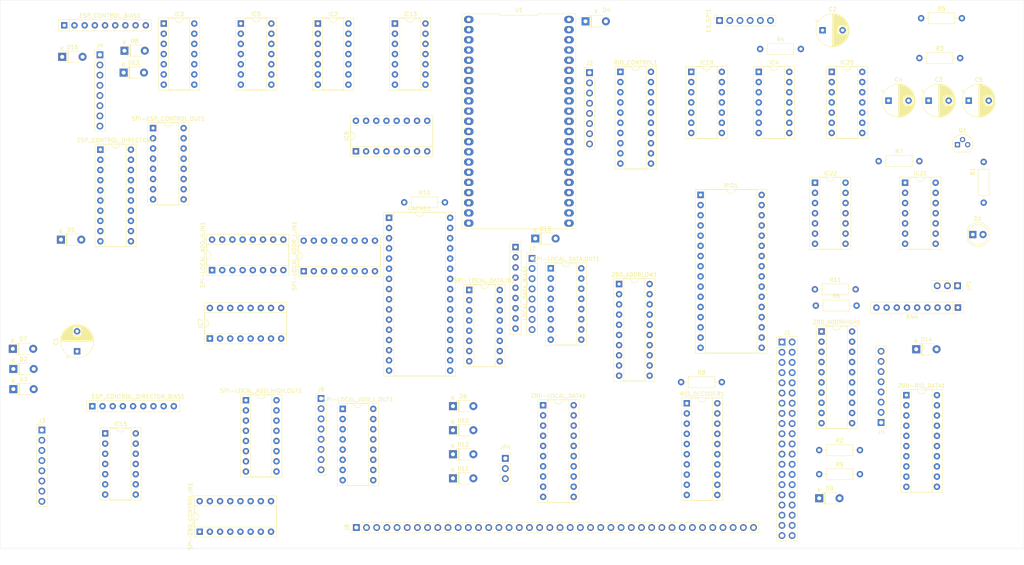
<source format=kicad_pcb>
(kicad_pcb (version 20221018) (generator pcbnew)
  (layers (0 "F.Cu" signal) (31 "B.Cu" signal) (34 "B.Paste" user) (35 "F.Paste" user) (36 "B.SilkS" user "B.Silkscreen") (37 "F.SilkS" user "F.Silkscreen") (38 "B.Mask" user) (39 "F.Mask" user) (44 "Edge.Cuts" user))
  (net 0 "")
  (net 1 "/CORE/ESP_WAIT_RESET")
  (net 2 "GND")
  (net 3 "/ESP_ROMSEL_1")
  (net 5 "/ESP_ROMSEL_0")
  (net 6 "/!CACHE_DATASTATUS")
  (net 11 "/CORE/ESP_SPI_INT.OE")
  (net 12 "/CORE/ESP_SPI_INT.PL")
  (net 13 "/CORE/ESP_SPI_INT.STC")
  (net 16 "+5V")
  (net 18 "/ESP_ROM_WR_PROTECT")
  (net 21 "/CORE/ESP_SPI_INT.CE")
  (net 22 "/CORE/ESP_SPI_INT.SCK")
  (net 23 "/CORE/ESP_SPI_INT.MISO")
  (net 24 "/CACHE/CACHE_CS")
  (net 25 "Net-(D4-K)")
  (net 26 "/CACHE/CACHE_OE")
  (net 29 "/CORE/ESP_SPI_INT.MOSI")
  (net 30 "/CACHE/CACHE_WE")
  (net 31 "/CACHE/CACHE_CE2")
  (net 32 "/CORE/ESP_SPI_INT.MR")
  (net 33 "Net-(RIO_DECODER1A-DIR)")
  (net 34 "Net-(Q1-B)")
  (net 35 "Net-(IC5A-I0)")
  (net 36 "/CORE/ESP_INT")
  (net 37 "Net-(D1-K)")
  (net 38 "Net-(D15-K)")
  (net 39 "/CACHE/LOCAL_D0")
  (net 40 "/CACHE/LOCAL_D1")
  (net 41 "/CORE/ESP_PULSE")
  (net 42 "/CACHE/LOCAL_D2")
  (net 43 "/CORE/!ESP_HARDLOCK")
  (net 44 "/CACHE/LOCAL_D3")
  (net 45 "/CORE/EX_SS")
  (net 46 "/CORE/EX_SCK")
  (net 47 "/CORE/EX_MISO")
  (net 48 "/CORE/EX_MOSI")
  (net 49 "/CORE/ESP_HARDLOCK")
  (net 50 "/CACHE/LOCAL_D4")
  (net 51 "/CACHE/LOCAL_D5")
  (net 52 "/CACHE/LOCAL_D6")
  (net 53 "/CACHE/LOCAL_D7")
  (net 54 "Net-(D5-K)")
  (net 55 "/CORE/CLR_Z80_HARDLOCK")
  (net 56 "/CACHE/LOCAL_CONTROL.RD")
  (net 57 "/CACHE/LOCAL_CONTROL.WR")
  (net 58 "/CORE/PRE_Z80_HARDLOCK")
  (net 59 "/CACHE/LOCAL_CONTROL.IORQ")
  (net 60 "/CACHE/LOCAL_CONTROL.MEMRQ")
  (net 61 "/Z80_HARDLOCK")
  (net 63 "/CACHE/CACHE_DATASTATUS+PERM_Z80_IORQ")
  (net 64 "Net-(D14-K)")
  (net 67 "/CACHE_DATASTATUS")
  (net 69 "/RIO/ESP_IOD_CONFIG+Z80_WR")
  (net 71 "/RIO/ROM_D_RDY")
  (net 72 "/RIO/ROM_WR_PROTECT+Z80_WR")
  (net 73 "/RIO/Z80_RD+ESP_IOD_CONFIG+PERM_Z80_IORQ")
  (net 74 "/RIO/DEC16")
  (net 75 "/RIO/DEC_CE")
  (net 76 "Net-(D16-K)")
  (net 77 "/CORE/ESP_CONTROL.RD")
  (net 78 "/CORE/ESP_CONTROL.WR")
  (net 79 "/CORE/ESP_CONTROL.IORQ")
  (net 80 "/Z80 BUS/Z80_ADD_OE")
  (net 81 "/Z80 BUS/Z80_ADD_DIR")
  (net 82 "/Z80 BUS/Z80_DATA_DIR")
  (net 83 "/Z80 BUS/Z80_DATA_OE")
  (net 84 "/RIO/Z80_A0")
  (net 85 "/RIO/Z80_A1")
  (net 86 "/RIO/Z80_A2")
  (net 87 "/RIO/Z80_A3")
  (net 88 "/RIO/Z80_A4")
  (net 89 "/RIO/Z80_A5")
  (net 90 "/RIO/Z80_A6")
  (net 91 "/RIO/Z80_A7")
  (net 92 "/RIO/Z80_D0")
  (net 93 "/RIO/Z80_D1")
  (net 94 "/RIO/Z80_D2")
  (net 95 "/RIO/Z80_D3")
  (net 96 "/RIO/Z80_D4")
  (net 97 "/RIO/Z80_D5")
  (net 98 "/RIO/Z80_D6")
  (net 99 "/RIO/Z80_D7")
  (net 100 "/CORE/ESP_CONTROL.MEMRQ")
  (net 101 "/CORE/ESP_CONTROL.BUSRQ")
  (net 102 "/RIO/Z80_A8")
  (net 103 "/RIO/Z80_A9")
  (net 104 "/RIO/Z80_A10")
  (net 105 "/RIO/Z80_A11")
  (net 106 "/RIO/Z80_A12")
  (net 107 "/RIO/Z80_A13")
  (net 108 "/RIO/Z80_A14")
  (net 109 "/RIO/Z80_A15")
  (net 110 "/CORE/ESP_CONTROL.WAIT")
  (net 111 "/CORE/ESP_CONTROL.ROMCS")
  (net 112 "/CORE/ESP_CONTROL.NMI")
  (net 115 "/CACHE/CACHE_A16")
  (net 116 "/CACHE/LOCAL_A7")
  (net 117 "/RIO/RIO_CE2")
  (net 118 "/CACHE/LOCAL_A6")
  (net 119 "/RIO/DEC14")
  (net 120 "/RIO/ROM_D0")
  (net 121 "/RIO/ROM_D1")
  (net 122 "/RIO/ROM_D2")
  (net 123 "/RIO/ROM_D3")
  (net 124 "/RIO/ROM_D4")
  (net 125 "/RIO/ROM_D5")
  (net 126 "/RIO/ROM_D6")
  (net 127 "/RIO/ROM_D7")
  (net 128 "/RIO/DEC_OE")
  (net 129 "/RIO/DEC_WE")
  (net 130 "/RIO/DEC15")
  (net 131 "/CACHE/LOCAL_A5")
  (net 132 "/CACHE/LOCAL_A4")
  (net 133 "/CORE/Z80_ADD_CONNECT")
  (net 134 "/CORE/Z80_DATA_CONNECT")
  (net 135 "/CACHE/LOCAL_A3")
  (net 136 "/CACHE/LOCAL_A2")
  (net 137 "/CACHE/LOCAL_A1")
  (net 138 "/CACHE/LOCAL_A0")
  (net 139 "/CACHE/LOCAL_A10")
  (net 140 "/CACHE/LOCAL_A11")
  (net 141 "/CACHE/LOCAL_A9")
  (net 142 "/CACHE_SEL_3")
  (net 143 "/CACHE_SEL_1")
  (net 144 "/CACHE_SEL_0")
  (net 145 "/CACHE_SEL_2")
  (net 146 "/CORE/SD_CARD_SS")
  (net 147 "/CACHE/LOCAL_A8")
  (net 148 "/Z80_HARDLOCK_SET")
  (net 149 "/Z80_HARDLOCK_RESET")
  (net 150 "/WAIT_IO")
  (net 151 "/PERM_Z80_IORQ")
  (net 152 "/CORE/Z80_CONTROL.RD")
  (net 153 "/CORE/Z80_CONTROL.MEMRQ")
  (net 154 "Net-(ESP_CONTROL_DIRECTOR1A-A2)")
  (net 155 "/CORE/Z80_CONTROL.IORQ")
  (net 156 "/CORE/Z80_CONTROL.WR")
  (net 157 "/CACHE/LOCAL_A15")
  (net 158 "/CACHE/LOCAL_A14")
  (net 159 "/CACHE/LOCAL_A13")
  (net 160 "/CACHE/LOCAL_A12")
  (net 162 "Net-(SPI-LOCAL_ADDR_L.IN1A-QH)")
  (net 163 "Net-(SPI-LOCAL_ADDR_L.IN1A-SER)")
  (net 164 "Net-(SPI-ESP_CONTROL.OUT1A-QH*)")
  (net 165 "Net-(SPI-ESP_CONTROL.OUT1A-SER)")
  (net 167 "Net-(SPI-LOCAL_ADD_HIGH.OUT1A-SER)")
  (net 170 "Net-(SPI-LOCAL_DATA.IN1A-QH)")
  (net 171 "/CORE/Z80_CONTROL.BUSRQ")
  (net 172 "/CORE/Z80_CONTROL.WAIT")
  (net 173 "/CORE/Z80_CONTROL.BUSACK")
  (net 174 "/CORE/Z80_CONTROL.NMI")
  (net 176 "Net-(IC6A-RCO)")
  (net 180 "/!Z80_HARDLOCK")
  (net 183 "Net-(IC21A-O)")
  (net 184 "Net-(IC21B-O)")
  (net 185 "Net-(IC21C-O)")
  (net 186 "Net-(IC2E-O)")
  (net 187 "Net-(IC19B-O)")
  (net 188 "Net-(IC20C-I0)")
  (net 189 "/ESP_IOD_CONFIG")
  (net 190 "Net-(IC13C-O)")
  (net 191 "Net-(IC13A-I0)")
  (net 192 "/CORE/IORQ_FILTER_BIT")
  (net 193 "Net-(IC2C-O)")
  (net 194 "Net-(IC2E-I)")
  (net 197 "Net-(D13-K)")
  (net 199 "Net-(IC2D-O)")
  (net 202 "/CORE/Z80_CONTROL.RESET")
  (net 203 "/CORE/Z80_CONTROL.ROMCS")
  (net 208 "/Z80 BUS/VCC")
  (footprint "Package_DIP:DIP-20_W7.62mm_Socket" (layer "F.Cu") (at 152.4254 123.7488)
    (fp_text reference "Z80-LOCAL_DATA1")
    (fp_text value "74245N")
  )
  (footprint "Package_DIP:DIP-20_W7.62mm_Socket" (layer "F.Cu") (at 171.3738 93.5228)
    (fp_text reference "Z80_ADDRLOW1")
    (fp_text value "74245N")
  )
  (footprint "Resistor_THT:R_Axial_DIN0207_L6.3mm_D2.5mm_P10.16mm_Horizontal" (layer "F.Cu") (at 236.1184 62.8706)
    (fp_text reference "R7")
    (fp_text value "1K")
  )
  (footprint "Package_DIP:DIP-16_W7.62mm_Socket" (layer "F.Cu") (at 78.3082 122.5042)
    (fp_text reference "SPI-LOCAL_ADD_HIGH.OUT1")
    (fp_text value "74595N")
  )
  (footprint "Diode_THT:D_T-1_P5.08mm_Horizontal" (layer "F.Cu") (at 129.9464 135.9774)
    (fp_text reference "D12")
    (fp_text value "1N4148")
  )
  (footprint "Package_DIP:DIP-14_W7.62mm_Socket" (layer "F.Cu") (at 96.249066 28.5496)
    (fp_text reference "IC2")
    (fp_text value "7404N")
  )
  (footprint "Connector_PinHeader_2.54mm:PinHeader_1x08_P2.54mm_Vertical" (layer "F.Cu") (at 27.4066 129.9464)
    (fp_text reference "J3")
    (fp_text value "DIAG-Z80_CONTROL")
  )
  (footprint "Connector_PinHeader_2.54mm:PinHeader_1x08_P2.54mm_Vertical" (layer "F.Cu") (at 41.8846 36.3474)
    (fp_text reference "J4")
    (fp_text value "DIAG-ESP_CONTROL")
  )
  (footprint "Diode_THT:D_T-1_P5.08mm_Horizontal" (layer "F.Cu") (at 47.8028 40.7924)
    (fp_text reference "D13")
    (fp_text value "1N4148")
  )
  (footprint "Package_DIP:DIP-14_W7.62mm_Socket" (layer "F.Cu") (at 189.3824 40.6096)
    (fp_text reference "IC19")
    (fp_text value "7432N")
  )
  (footprint "Connector_PinHeader_2.54mm:PinHeader_1x08_P2.54mm_Vertical" (layer "F.Cu") (at 236.728 128.0668 180)
    (fp_text reference "J5")
    (fp_text value "DIAG-LOCAL_ADD_HIGH")
  )
  (footprint "Package_DIP:DIP-14_W7.62mm_Socket" (layer "F.Cu") (at 115.4684 28.5496)
    (fp_text reference "IC13")
    (fp_text value "7432N")
  )
  (footprint "Package_DIP:DIP-16_W7.62mm_Socket" (layer "F.Cu") (at 55.1434 54.6354)
    (fp_text reference "SPI-ESP_CONTROL.OUT1")
    (fp_text value "74595N")
  )
  (footprint "Package_DIP:DIP-16_W7.62mm_Socket" (layer "F.Cu") (at 154.3304 89.6112)
    (fp_text reference "SPI-LOCAL_DATA.OUT1")
    (fp_text value "74595N")
  )
  (footprint "Diode_THT:D_T-1_P5.08mm_Horizontal" (layer "F.Cu") (at 20.2946 119.7356)
    (fp_text reference "D3")
    (fp_text value "1N4148")
  )
  (footprint "Package_DIP:DIP-16_W7.62mm_Socket" (layer "F.Cu") (at 69.3166 107.1118 90)
    (fp_text reference "IC7")
    (fp_text value "74590N")
  )
  (footprint "Resistor_THT:R_Axial_DIN0207_L6.3mm_D2.5mm_P10.16mm_Horizontal" (layer "F.Cu") (at 246.7102 27.2288)
    (fp_text reference "R5")
    (fp_text value "22K")
  )
  (footprint "Resistor_THT:R_Axial_DIN0207_L6.3mm_D2.5mm_P10.16mm_Horizontal" (layer "F.Cu") (at 220.218 94.8436)
    (fp_text reference "R11")
    (fp_text value "10K")
  )
  (footprint "Package_DIP:DIP-14_W7.62mm_Socket" (layer "F.Cu") (at 43.2054 130.7846)
    (fp_text reference "IC15")
    (fp_text value "7408N")
  )
  (footprint "Resistor_THT:R_Array_SIP9" (layer "F.Cu") (at 33 29)
    (fp_text reference "ESP_CONTROL_BIAS1")
    (fp_text value "4609M-101-103LF")
  )
  (footprint "Diode_THT:D_T-1_P5.08mm_Horizontal" (layer "F.Cu") (at 32.1576 82.4556)
    (fp_text reference "D5")
    (fp_text value "1N4148")
  )
  (footprint "Connector_PinSocket_2.54mm:PinSocket_1x03_P2.54mm_Vertical" (layer "F.Cu") (at 255.8034 93.9546 -90)
    (fp_text reference "JP1")
    (fp_text value "PINHD-ADDR_FILTER")
  )
  (footprint "Package_DIP:DIP-32_W15.24mm_Socket" (layer "F.Cu") (at 114 77)
    (fp_text reference "CACHE1")
    (fp_text value "AS6C1008-55PCN")
  )
  (footprint "Package_DIP:DIP-16_W7.62mm_Socket" (layer "F.Cu") (at 105.7402 60.4266 90)
    (fp_text reference "IC6")
    (fp_text value "74590N")
  )
  (footprint "Connector_PinSocket_2.54mm:PinSocket_1x03_P2.54mm_Vertical" (layer "F.Cu") (at 143 137)
    (fp_text reference "JP4")
    (fp_text value "PINHD-POWER/RESET")
  )
  (footprint "Resistor_THT:R_Axial_DIN0207_L6.3mm_D2.5mm_P10.16mm_Horizontal" (layer "F.Cu") (at 206.5528 34.8996)
    (fp_text reference "R4")
    (fp_text value "22K")
  )
  (footprint "Package_DIP:DIP-14_W7.62mm_Socket" (layer "F.Cu") (at 57.8104 28.5496)
    (fp_text reference "IC3")
    (fp_text value "7474N")
  )
  (footprint "LED_THT:LED_D5.0mm" (layer "F.Cu") (at 259.6084 81.1784)
    (fp_text reference "D1")
    (fp_text value "POWER_LED")
  )
  (footprint "Package_DIP:DIP-16_W7.62mm_Socket" (layer "F.Cu") (at 69.8654 90.0584 90)
    (fp_text reference "SPI-LOCAL_ADD_H.IN1")
    (fp_text value "74165N")
  )
  (footprint "Diode_THT:D_T-1_P5.08mm_Horizontal" (layer "F.Cu") (at 20.2946 114.7064)
    (fp_text reference "D2")
    (fp_text value "1N4148")
  )
  (footprint "Capacitor_THT:CP_Radial_D8.0mm_P5.00mm" (layer "F.Cu") (at 36.195 110.3122 90)
    (fp_text reference "C1")
    (fp_text value "10UF")
  )
  (footprint "Resistor_THT:R_Axial_DIN0207_L6.3mm_D2.5mm_P10.16mm_Horizontal" (layer "F.Cu") (at 221.2848 140.9446)
    (fp_text reference "R9")
    (fp_text value "10K")
  )
  (footprint "Diode_THT:D_T-1_P5.08mm_Horizontal" (layer "F.Cu") (at 129.9464 141.9774)
    (fp_text reference "D11")
    (fp_text value "1N4148")
  )
  (footprint "Diode_THT:D_T-1_P5.08mm_Horizontal" (layer "F.Cu") (at 150.4696 82.169)
    (fp_text reference "D15")
    (fp_text value "1N4148")
  )
  (footprint "Diode_THT:D_T-1_P5.08mm_Horizontal" (layer "F.Cu") (at 221.2848 146.9446)
    (fp_text reference "D9")
    (fp_text value "1N4148")
  )
  (footprint "Capacitor_THT:CP_Radial_D8.0mm_P5.00mm" (layer "F.Cu") (at 222.116 30.226)
    (fp_text reference "C2")
    (fp_text value "10UF")
  )
  (footprint "Resistor_THT:R_Array_SIP9" (layer "F.Cu") (at 145.542 84.3026 -90)
    (fp_text reference "LOCAL_DATA_BIAS1")
    (fp_text value "4609M-101-103LF")
  )
  (footprint "Capacitor_THT:CP_Radial_D8.0mm_P5.00mm" (layer "F.Cu") (at 258.572 47.7774)
    (fp_text reference "C5")
    (fp_text value ".1 uf")
  )
  (footprint "Package_DIP:DIP-14_W7.62mm_Socket" (layer "F.Cu") (at 224.409 40.6096)
    (fp_text reference "IC20")
    (fp_text value "7408N")
  )
  (footprint "Connector_PinSocket_2.54mm:PinSocket_1x06_P2.54mm_Vertical" (layer "F.Cu") (at 196.4436 27.7876 90)
    (fp_text reference "EX_SPI1")
    (fp_text value "PINHD-1X6")
  )
  (footprint "Resistor_THT:R_Axial_DIN0207_L6.3mm_D2.5mm_P10.16mm_Horizontal" (layer "F.Cu") (at 117.7798 73.152)
    (fp_text reference "R10")
    (fp_text value "10K")
  )
  (footprint "Resistor_THT:R_Array_SIP9" (layer "F.Cu") (at 255.8796 99.3902 180)
    (fp_text reference "RN4")
    (fp_text value "4609M-101-103LF")
  )
  (footprint "Resistor_THT:R_Axial_DIN0207_L6.3mm_D2.5mm_P10.16mm_Horizontal" (layer "F.Cu") (at 262.3058 73.2282 90)
    (fp_text reference "R1")
    (fp_text value "1K")
  )
  (footprint "Connector_PinHeader_2.54mm:PinHeader_2x20_P2.54mm_Vertical" (layer "F.Cu") (at 212 108)
    (fp_text reference "J1")
    (fp_text value "HOST SYSTEM HEADER")
  )
  (footprint "Resistor_THT:R_Axial_DIN0207_L6.3mm_D2.5mm_P10.16mm_Horizontal" (layer "F.Cu") (at 221.2848 134.9446)
    (fp_text reference "R2")
    (fp_text value "1K")
  )
  (footprint "Resistor_THT:R_Axial_DIN0207_L6.3mm_D2.5mm_P10.16mm_Horizontal" (layer "F.Cu") (at 246.2784 37.1602)
    (fp_text reference "R3")
    (fp_text value "22K")
  )
  (footprint "Diode_THT:D_T-1_P5.08mm_Horizontal" (layer "F.Cu") (at 129.9464 129.9774)
    (fp_text reference "D10")
    (fp_text value "1N4148")
  )
  (footprint "Package_DIP:DIP-16_W7.62mm_Socket" (layer "F.Cu") (at 92.71 90.3224 90)
    (fp_text reference "SPI-LOCAL_ADDR_L.IN1")
    (fp_text value "74165N")
  )
  (footprint "Package_DIP:DIP-14_W7.62mm_Socket" (layer "F.Cu") (at 77.029733 28.5496)
    (fp_text reference "IC5")
    (fp_text value "7408N")
  )
  (footprint "Diode_THT:D_T-1_P5.08mm_Horizontal" (layer "F.Cu") (at 20.1676 109.6772)
    (fp_text reference "D7")
    (fp_text value "1N4148")
  )
  (footprint "Package_DIP:DIP-20_W7.62mm_Socket" (layer "F.Cu") (at 243.0272 121.2342)
    (fp_text reference "Z80-RIO_DATA1")
    (fp_text value "74245N")
  )
  (footprint "Capacitor_THT:CP_Radial_D8.0mm_P5.00mm" (layer "F.Cu") (at 238.572 47.7774)
    (fp_text reference "C4")
    (fp_text value ".1 uf")
  )
  (footprint "Diode_THT:D_T-1_P5.08mm_Horizontal" (layer "F.Cu") (at 48.006 35.3314)
    (fp_text reference "D8")
    (fp_text value "1N4148")
  )
  (footprint "Connector_PinHeader_2.54mm:PinHeader_1x08_P2.54mm_Vertical" (layer "F.Cu") (at 164.0078 40.8096)
    (fp_text reference "J2")
    (fp_text value "DIAG-ESP_SPI")
  )
  (footprint "Diode_THT:D_T-1_P5.08mm_Horizontal" (layer "F.Cu") (at 163 28)
    (fp_text reference "D4")
    (fp_text value "1N4148")
  )
  (footprint "Resistor_THT:R_Array_SIP9" (layer "F.Cu") (at 40 124)
    (fp_text reference "ESP_CONTROL_DIRECTOR_BIAS1")
    (fp_text value "4609M-101-103LF")
  )
  (footprint "Package_TO_SOT_THT:TO-92" (layer "F.Cu") (at 255.772349 58.7614)
    (fp_text reference "Q1")
    (fp_text value "2N2222 (BC337)")
  )
  (footprint "Package_DIP:DIP-20_W7.62mm_Socket" (layer "F.Cu") (at 221.869 105.3592)
    (fp_text reference "Z80_ADDRHIGH1")
    (fp_text value "74245N")
  )
  (footprint "Connector_PinHeader_2.54mm:PinHeader_1x40_P2.54mm_Vertical" (layer "F.Cu") (at 105.8418 154.2542 90)
    (fp_text reference "J8")
    (fp_text value "DIAG-HOST_SYSTEM_BUS")
  )
  (footprint "Resistor_THT:R_Axial_DIN0207_L6.3mm_D2.5mm_P10.16mm_Horizontal" (layer "F.Cu") (at 220.4466 98.9076)
    (fp_text reference "R6")
    (fp_text value "22K")
  )
  (footprint "Diode_THT:D_T-1_P5.08mm_Horizontal" (layer "F.Cu") (at 245.4862 109.79)
    (fp_text reference "D14")
    (fp_text value "1N4148")
  )
  (footprint "Connector_PinHeader_2.54mm:PinHeader_1x08_P2.54mm_Vertical" (layer "F.Cu") (at 149.6822 87.122)
    (fp_text reference "J7")
    (fp_text value "DIAG-LOCAL_DATA")
  )
  (footprint "Resistor_THT:R_Axial_DIN0207_L6.3mm_D2.5mm_P10.16mm_Horizontal" (layer "F.Cu") (at 186.8424 117.983)
    (fp_text reference "R8")
    (fp_text value "10K")
  )
  (footprint "Connector_PinHeader_2.54mm:PinHeader_1x08_P2.54mm_Vertical" (layer "F.Cu") (at 97.0534 122.0724)
    (fp_text reference "J6")
    (fp_text value "DIAG-LOCAL_ADD_LOW")
  )
  (footprint "Package_DIP:DIP-20_W7.62mm_Socket" (layer "F.Cu") (at 42 60)
    (fp_text reference "ESP_CONTROL_DIRECTOR1")
    (fp_text value "74244N")
  )
  (footprint "Package_DIP:DIP-16_W7.62mm_Socket" (layer "F.Cu") (at 102.4382 124.6632)
    (fp_text reference "SPI-LOCAL_ADD_L.OUT1")
    (fp_text value "74595N")
  )
  (footprint "Diode_THT:D_T-1_P5.08mm_Horizontal" (layer "F.Cu") (at 129.9464 123.9774)
    (fp_text reference "D6")
    (fp_text value "1N4148")
  )
  (footprint "Package_DIP:DIP-16_W7.62mm_Socket" (layer "F.Cu") (at 134 95)
    (fp_text reference "SPI-LOCAL_DATA.IN1")
    (fp_text value "74165N")
  )
  (footprint "Package_DIP:DIP-14_W7.62mm_Socket" (layer "F.Cu") (at 220.2366 68.2448)
    (fp_text reference "IC22")
    (fp_text value "7432N")
  )
  (footprint "Package_DIP:DIP-20_W7.62mm_Socket" (layer "F.Cu") (at 171.704 40.6096)
    (fp_text reference "RIO_CONTROL1")
    (fp_text value "74244N")
  )
  (footprint "Package_DIP:DIP-14_W7.62mm_Socket" (layer "F.Cu") (at 206.2072 40.6096)
    (fp_text reference "IC4")
    (fp_text value "7432N")
  )
  (footprint "Package_DIP:DIP-32_W15.24mm_Socket" (layer "F.Cu") (at 191.6938 71.2978)
    (fp_text reference "RIO1")
    (fp_text value "AS6C1008-55PCN")
  )
  (footprint "esp32-wrover:FREENOVE_ESP32-WROVER-DEV" (layer "F.Cu") (at 146.3802 51.6636)
    (fp_text reference "U1")
    (fp_text value "FREENOVE_ESP32-WROVER-DEV")
  )
  (footprint "Package_DIP:DIP-16_W7.62mm_Socket" (layer "F.Cu") (at 66.7766 155.2956 90)
    (fp_text reference "SPI-Z80_CONTROL.IN1")
    (fp_text value "74165N")
  )
  (footprint "Diode_THT:D_T-1_P5.08mm_Horizontal" (layer "F.Cu") (at 32.4866 36.8554)
    (fp_text reference "D16")
    (fp_text value "1N4148")
  )
  (footprint "Package_DIP:DIP-14_W7.62mm_Socket" (layer "F.Cu") (at 242.707 68.2448)
    (fp_text reference "IC21")
    (fp_text value "7432N")
  )
  (footprint "Capacitor_THT:CP_Radial_D8.0mm_P5.00mm" (layer "F.Cu") (at 248.572 47.7774)
    (fp_text reference "C3")
    (fp_text value "10 uf")
  )
  (footprint "Package_DIP:DIP-20_W7.62mm_Socket" (layer "F.Cu") (at 188.2648 123.2662)
    (fp_text reference "RIO_DECODER1")
    (fp_text value "74245N")
  )
  (gr_rect (start 16.9926 22.7076) (end 272.3642 159.4358) (stroke (width 0.05)) (fill none) (layer "Edge.Cuts"))
)
</source>
